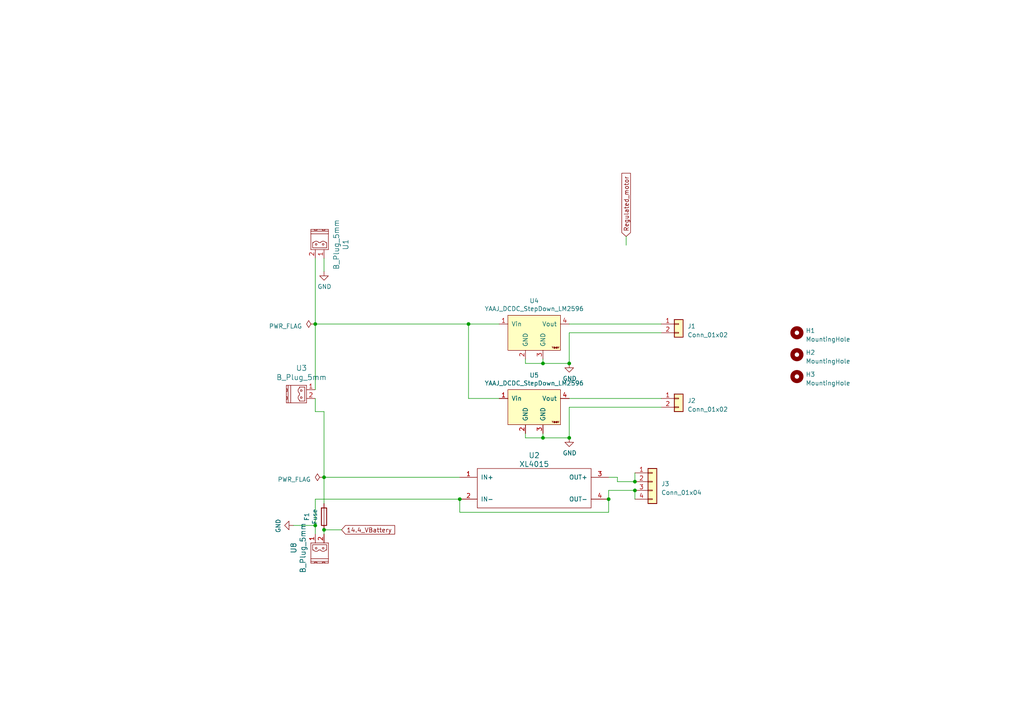
<source format=kicad_sch>
(kicad_sch (version 20230121) (generator eeschema)

  (uuid e1c29bfc-c7f5-46fe-b3d6-4f1c88514e1a)

  (paper "A4")

  (lib_symbols
    (symbol "Connector_Generic:Conn_01x02" (pin_names (offset 1.016) hide) (in_bom yes) (on_board yes)
      (property "Reference" "J" (at 0 2.54 0)
        (effects (font (size 1.27 1.27)))
      )
      (property "Value" "Conn_01x02" (at 0 -5.08 0)
        (effects (font (size 1.27 1.27)))
      )
      (property "Footprint" "" (at 0 0 0)
        (effects (font (size 1.27 1.27)) hide)
      )
      (property "Datasheet" "~" (at 0 0 0)
        (effects (font (size 1.27 1.27)) hide)
      )
      (property "ki_keywords" "connector" (at 0 0 0)
        (effects (font (size 1.27 1.27)) hide)
      )
      (property "ki_description" "Generic connector, single row, 01x02, script generated (kicad-library-utils/schlib/autogen/connector/)" (at 0 0 0)
        (effects (font (size 1.27 1.27)) hide)
      )
      (property "ki_fp_filters" "Connector*:*_1x??_*" (at 0 0 0)
        (effects (font (size 1.27 1.27)) hide)
      )
      (symbol "Conn_01x02_1_1"
        (rectangle (start -1.27 -2.413) (end 0 -2.667)
          (stroke (width 0.1524) (type default))
          (fill (type none))
        )
        (rectangle (start -1.27 0.127) (end 0 -0.127)
          (stroke (width 0.1524) (type default))
          (fill (type none))
        )
        (rectangle (start -1.27 1.27) (end 1.27 -3.81)
          (stroke (width 0.254) (type default))
          (fill (type background))
        )
        (pin passive line (at -5.08 0 0) (length 3.81)
          (name "Pin_1" (effects (font (size 1.27 1.27))))
          (number "1" (effects (font (size 1.27 1.27))))
        )
        (pin passive line (at -5.08 -2.54 0) (length 3.81)
          (name "Pin_2" (effects (font (size 1.27 1.27))))
          (number "2" (effects (font (size 1.27 1.27))))
        )
      )
    )
    (symbol "Connector_Generic:Conn_01x04" (pin_names (offset 1.016) hide) (in_bom yes) (on_board yes)
      (property "Reference" "J" (at 0 5.08 0)
        (effects (font (size 1.27 1.27)))
      )
      (property "Value" "Conn_01x04" (at 0 -7.62 0)
        (effects (font (size 1.27 1.27)))
      )
      (property "Footprint" "" (at 0 0 0)
        (effects (font (size 1.27 1.27)) hide)
      )
      (property "Datasheet" "~" (at 0 0 0)
        (effects (font (size 1.27 1.27)) hide)
      )
      (property "ki_keywords" "connector" (at 0 0 0)
        (effects (font (size 1.27 1.27)) hide)
      )
      (property "ki_description" "Generic connector, single row, 01x04, script generated (kicad-library-utils/schlib/autogen/connector/)" (at 0 0 0)
        (effects (font (size 1.27 1.27)) hide)
      )
      (property "ki_fp_filters" "Connector*:*_1x??_*" (at 0 0 0)
        (effects (font (size 1.27 1.27)) hide)
      )
      (symbol "Conn_01x04_1_1"
        (rectangle (start -1.27 -4.953) (end 0 -5.207)
          (stroke (width 0.1524) (type default))
          (fill (type none))
        )
        (rectangle (start -1.27 -2.413) (end 0 -2.667)
          (stroke (width 0.1524) (type default))
          (fill (type none))
        )
        (rectangle (start -1.27 0.127) (end 0 -0.127)
          (stroke (width 0.1524) (type default))
          (fill (type none))
        )
        (rectangle (start -1.27 2.667) (end 0 2.413)
          (stroke (width 0.1524) (type default))
          (fill (type none))
        )
        (rectangle (start -1.27 3.81) (end 1.27 -6.35)
          (stroke (width 0.254) (type default))
          (fill (type background))
        )
        (pin passive line (at -5.08 2.54 0) (length 3.81)
          (name "Pin_1" (effects (font (size 1.27 1.27))))
          (number "1" (effects (font (size 1.27 1.27))))
        )
        (pin passive line (at -5.08 0 0) (length 3.81)
          (name "Pin_2" (effects (font (size 1.27 1.27))))
          (number "2" (effects (font (size 1.27 1.27))))
        )
        (pin passive line (at -5.08 -2.54 0) (length 3.81)
          (name "Pin_3" (effects (font (size 1.27 1.27))))
          (number "3" (effects (font (size 1.27 1.27))))
        )
        (pin passive line (at -5.08 -5.08 0) (length 3.81)
          (name "Pin_4" (effects (font (size 1.27 1.27))))
          (number "4" (effects (font (size 1.27 1.27))))
        )
      )
    )
    (symbol "Device:Fuse" (pin_numbers hide) (pin_names (offset 0)) (in_bom yes) (on_board yes)
      (property "Reference" "F" (at 2.032 0 90)
        (effects (font (size 1.27 1.27)))
      )
      (property "Value" "Fuse" (at -1.905 0 90)
        (effects (font (size 1.27 1.27)))
      )
      (property "Footprint" "" (at -1.778 0 90)
        (effects (font (size 1.27 1.27)) hide)
      )
      (property "Datasheet" "~" (at 0 0 0)
        (effects (font (size 1.27 1.27)) hide)
      )
      (property "ki_keywords" "fuse" (at 0 0 0)
        (effects (font (size 1.27 1.27)) hide)
      )
      (property "ki_description" "Fuse" (at 0 0 0)
        (effects (font (size 1.27 1.27)) hide)
      )
      (property "ki_fp_filters" "*Fuse*" (at 0 0 0)
        (effects (font (size 1.27 1.27)) hide)
      )
      (symbol "Fuse_0_1"
        (rectangle (start -0.762 -2.54) (end 0.762 2.54)
          (stroke (width 0.254) (type default))
          (fill (type none))
        )
        (polyline
          (pts
            (xy 0 2.54)
            (xy 0 -2.54)
          )
          (stroke (width 0) (type default))
          (fill (type none))
        )
      )
      (symbol "Fuse_1_1"
        (pin passive line (at 0 3.81 270) (length 1.27)
          (name "~" (effects (font (size 1.27 1.27))))
          (number "1" (effects (font (size 1.27 1.27))))
        )
        (pin passive line (at 0 -3.81 90) (length 1.27)
          (name "~" (effects (font (size 1.27 1.27))))
          (number "2" (effects (font (size 1.27 1.27))))
        )
      )
    )
    (symbol "MSTB2,5_-5,08:B_Plug_5mm" (pin_names (offset 1.016)) (in_bom yes) (on_board yes)
      (property "Reference" "U" (at 0 10.16 0)
        (effects (font (size 1.524 1.524)))
      )
      (property "Value" "B_Plug_5mm" (at 0 12.7 0)
        (effects (font (size 1.524 1.524)))
      )
      (property "Footprint" "" (at 0 0 0)
        (effects (font (size 1.524 1.524)))
      )
      (property "Datasheet" "" (at 0 0 0)
        (effects (font (size 1.524 1.524)))
      )
      (symbol "B_Plug_5mm_0_1"
        (arc (start -2.032 -0.254) (mid -2.4398 -1.016) (end -2.032 -1.778)
          (stroke (width 0) (type default))
          (fill (type none))
        )
        (arc (start -2.032 1.778) (mid -2.4398 1.016) (end -2.032 0.254)
          (stroke (width 0) (type default))
          (fill (type none))
        )
        (circle (center -1.524 -1.016) (radius 0.254)
          (stroke (width 0) (type default))
          (fill (type none))
        )
        (circle (center -1.524 1.016) (radius 0.254)
          (stroke (width 0) (type default))
          (fill (type none))
        )
        (polyline
          (pts
            (xy -5.842 -0.762)
            (xy -5.842 -1.524)
          )
          (stroke (width 0) (type default))
          (fill (type none))
        )
        (polyline
          (pts
            (xy -5.842 1.524)
            (xy -5.842 0.762)
          )
          (stroke (width 0) (type default))
          (fill (type none))
        )
        (polyline
          (pts
            (xy -5.334 2.54)
            (xy -5.334 -2.54)
          )
          (stroke (width 0) (type default))
          (fill (type none))
        )
        (polyline
          (pts
            (xy -4.572 2.54)
            (xy -4.572 -2.54)
          )
          (stroke (width 0) (type default))
          (fill (type none))
        )
        (polyline
          (pts
            (xy -2.032 -2.032)
            (xy -2.032 -1.778)
          )
          (stroke (width 0) (type default))
          (fill (type none))
        )
        (polyline
          (pts
            (xy -2.032 0.254)
            (xy -2.032 -0.254)
          )
          (stroke (width 0) (type default))
          (fill (type none))
        )
        (polyline
          (pts
            (xy -2.032 2.032)
            (xy -2.032 1.778)
          )
          (stroke (width 0) (type default))
          (fill (type none))
        )
        (polyline
          (pts
            (xy -0.508 2.032)
            (xy -2.032 2.032)
          )
          (stroke (width 0) (type default))
          (fill (type none))
        )
        (polyline
          (pts
            (xy 0 -2.54)
            (xy -5.842 -2.54)
          )
          (stroke (width 0) (type default))
          (fill (type none))
        )
        (polyline
          (pts
            (xy 0 2.54)
            (xy -5.842 2.54)
          )
          (stroke (width 0) (type default))
          (fill (type none))
        )
        (polyline
          (pts
            (xy 0 2.54)
            (xy 0 -2.54)
          )
          (stroke (width 0) (type default))
          (fill (type none))
        )
        (polyline
          (pts
            (xy -0.508 2.032)
            (xy -0.508 -2.032)
            (xy -2.032 -2.032)
          )
          (stroke (width 0) (type default))
          (fill (type none))
        )
        (polyline
          (pts
            (xy -5.842 0)
            (xy -5.842 -0.762)
            (xy -5.588 -0.762)
            (xy -5.588 -1.524)
            (xy -5.842 -1.524)
            (xy -5.842 -2.54)
          )
          (stroke (width 0) (type default))
          (fill (type none))
        )
        (polyline
          (pts
            (xy -5.842 0)
            (xy -5.842 0.762)
            (xy -5.588 0.762)
            (xy -5.588 1.524)
            (xy -5.842 1.524)
            (xy -5.842 2.54)
          )
          (stroke (width 0) (type default))
          (fill (type none))
        )
      )
      (symbol "B_Plug_5mm_1_1"
        (pin input line (at 2.54 1.27 180) (length 2.54)
          (name "~" (effects (font (size 1.27 1.27))))
          (number "1" (effects (font (size 1.27 1.27))))
        )
        (pin input line (at 2.54 -1.27 180) (length 2.54)
          (name "~" (effects (font (size 1.27 1.27))))
          (number "2" (effects (font (size 1.27 1.27))))
        )
      )
    )
    (symbol "Mechanical:MountingHole" (pin_names (offset 1.016)) (in_bom yes) (on_board yes)
      (property "Reference" "H" (at 0 5.08 0)
        (effects (font (size 1.27 1.27)))
      )
      (property "Value" "MountingHole" (at 0 3.175 0)
        (effects (font (size 1.27 1.27)))
      )
      (property "Footprint" "" (at 0 0 0)
        (effects (font (size 1.27 1.27)) hide)
      )
      (property "Datasheet" "~" (at 0 0 0)
        (effects (font (size 1.27 1.27)) hide)
      )
      (property "ki_keywords" "mounting hole" (at 0 0 0)
        (effects (font (size 1.27 1.27)) hide)
      )
      (property "ki_description" "Mounting Hole without connection" (at 0 0 0)
        (effects (font (size 1.27 1.27)) hide)
      )
      (property "ki_fp_filters" "MountingHole*" (at 0 0 0)
        (effects (font (size 1.27 1.27)) hide)
      )
      (symbol "MountingHole_0_1"
        (circle (center 0 0) (radius 1.27)
          (stroke (width 1.27) (type default))
          (fill (type none))
        )
      )
    )
    (symbol "power:GND" (power) (pin_names (offset 0)) (in_bom yes) (on_board yes)
      (property "Reference" "#PWR" (at 0 -6.35 0)
        (effects (font (size 1.27 1.27)) hide)
      )
      (property "Value" "GND" (at 0 -3.81 0)
        (effects (font (size 1.27 1.27)))
      )
      (property "Footprint" "" (at 0 0 0)
        (effects (font (size 1.27 1.27)) hide)
      )
      (property "Datasheet" "" (at 0 0 0)
        (effects (font (size 1.27 1.27)) hide)
      )
      (property "ki_keywords" "global power" (at 0 0 0)
        (effects (font (size 1.27 1.27)) hide)
      )
      (property "ki_description" "Power symbol creates a global label with name \"GND\" , ground" (at 0 0 0)
        (effects (font (size 1.27 1.27)) hide)
      )
      (symbol "GND_0_1"
        (polyline
          (pts
            (xy 0 0)
            (xy 0 -1.27)
            (xy 1.27 -1.27)
            (xy 0 -2.54)
            (xy -1.27 -1.27)
            (xy 0 -1.27)
          )
          (stroke (width 0) (type default))
          (fill (type none))
        )
      )
      (symbol "GND_1_1"
        (pin power_in line (at 0 0 270) (length 0) hide
          (name "GND" (effects (font (size 1.27 1.27))))
          (number "1" (effects (font (size 1.27 1.27))))
        )
      )
    )
    (symbol "power:PWR_FLAG" (power) (pin_numbers hide) (pin_names (offset 0) hide) (in_bom yes) (on_board yes)
      (property "Reference" "#FLG" (at 0 1.905 0)
        (effects (font (size 1.27 1.27)) hide)
      )
      (property "Value" "PWR_FLAG" (at 0 3.81 0)
        (effects (font (size 1.27 1.27)))
      )
      (property "Footprint" "" (at 0 0 0)
        (effects (font (size 1.27 1.27)) hide)
      )
      (property "Datasheet" "~" (at 0 0 0)
        (effects (font (size 1.27 1.27)) hide)
      )
      (property "ki_keywords" "flag power" (at 0 0 0)
        (effects (font (size 1.27 1.27)) hide)
      )
      (property "ki_description" "Special symbol for telling ERC where power comes from" (at 0 0 0)
        (effects (font (size 1.27 1.27)) hide)
      )
      (symbol "PWR_FLAG_0_0"
        (pin power_out line (at 0 0 90) (length 0)
          (name "pwr" (effects (font (size 1.27 1.27))))
          (number "1" (effects (font (size 1.27 1.27))))
        )
      )
      (symbol "PWR_FLAG_0_1"
        (polyline
          (pts
            (xy 0 0)
            (xy 0 1.27)
            (xy -1.016 1.905)
            (xy 0 2.54)
            (xy 1.016 1.905)
            (xy 0 1.27)
          )
          (stroke (width 0) (type default))
          (fill (type none))
        )
      )
    )
    (symbol "xl4015:XL4015" (pin_names (offset 1.016)) (in_bom yes) (on_board yes)
      (property "Reference" "U" (at 0 0 0)
        (effects (font (size 1.524 1.524)))
      )
      (property "Value" "XL4015" (at 0 -2.54 0)
        (effects (font (size 1.524 1.524)))
      )
      (property "Footprint" "" (at 0 0 0)
        (effects (font (size 1.524 1.524)) hide)
      )
      (property "Datasheet" "" (at 0 0 0)
        (effects (font (size 1.524 1.524)) hide)
      )
      (symbol "XL4015_0_1"
        (rectangle (start -16.51 5.08) (end 16.51 -6.35)
          (stroke (width 0) (type solid))
          (fill (type none))
        )
      )
      (symbol "XL4015_1_1"
        (pin power_in line (at -21.59 2.54 0) (length 5.08)
          (name "IN+" (effects (font (size 1.27 1.27))))
          (number "1" (effects (font (size 1.27 1.27))))
        )
        (pin power_in line (at -21.59 -3.81 0) (length 5.08)
          (name "IN-" (effects (font (size 1.27 1.27))))
          (number "2" (effects (font (size 1.27 1.27))))
        )
        (pin power_out line (at 21.59 2.54 180) (length 5.08)
          (name "OUT+" (effects (font (size 1.27 1.27))))
          (number "3" (effects (font (size 1.27 1.27))))
        )
        (pin power_out line (at 21.59 -3.81 180) (length 5.08)
          (name "OUT-" (effects (font (size 1.27 1.27))))
          (number "4" (effects (font (size 1.27 1.27))))
        )
      )
    )
    (symbol "yaaj_dcdc_stepdown_lm2596:YAAJ_DCDC_StepDown_LM2596" (pin_names (offset 1.016)) (in_bom yes) (on_board yes)
      (property "Reference" "U" (at -5.08 6.35 0)
        (effects (font (size 1.27 1.27)))
      )
      (property "Value" "YAAJ_DCDC_StepDown_LM2596" (at 0 11.43 0)
        (effects (font (size 1.27 1.27)))
      )
      (property "Footprint" "" (at -1.27 0 0)
        (effects (font (size 1.27 1.27)) hide)
      )
      (property "Datasheet" "" (at -1.27 0 0)
        (effects (font (size 1.27 1.27)) hide)
      )
      (property "ki_keywords" "module stepdown step down buck converter DCDC DC" (at 0 0 0)
        (effects (font (size 1.27 1.27)) hide)
      )
      (property "ki_description" "module : adjustable step down module 3.2V-40V to 1.25V-35V 3A" (at 0 0 0)
        (effects (font (size 1.27 1.27)) hide)
      )
      (symbol "YAAJ_DCDC_StepDown_LM2596_0_1"
        (rectangle (start -7.62 5.08) (end 7.62 -5.08)
          (stroke (width 0) (type default))
          (fill (type background))
        )
      )
      (symbol "YAAJ_DCDC_StepDown_LM2596_1_1"
        (text "Y@@V" (at 6.1976 -4.2672 0)
          (effects (font (size 0.508 0.508)))
        )
        (pin power_in line (at -10.16 2.54 0) (length 2.54)
          (name "Vin" (effects (font (size 1.27 1.27))))
          (number "1" (effects (font (size 1.27 1.27))))
        )
        (pin power_in line (at -2.54 -7.62 90) (length 2.54)
          (name "GND" (effects (font (size 1.27 1.27))))
          (number "2" (effects (font (size 1.27 1.27))))
        )
        (pin power_in line (at 2.54 -7.62 90) (length 2.54)
          (name "GND" (effects (font (size 1.27 1.27))))
          (number "3" (effects (font (size 1.27 1.27))))
        )
        (pin power_out line (at 10.16 2.54 180) (length 2.54)
          (name "Vout" (effects (font (size 1.27 1.27))))
          (number "4" (effects (font (size 1.27 1.27))))
        )
      )
    )
  )


  (junction (at 91.44 93.98) (diameter 0) (color 0 0 0 0)
    (uuid 0eaed096-16ab-44e9-887d-9950632cf2b8)
  )
  (junction (at 93.98 153.67) (diameter 0) (color 0 0 0 0)
    (uuid 39e0a9e0-5e85-422f-a60f-acfb11c55434)
  )
  (junction (at 165.1 105.41) (diameter 0) (color 0 0 0 0)
    (uuid 400d7af1-6782-4546-9917-47aa2c963d50)
  )
  (junction (at 184.15 142.24) (diameter 0) (color 0 0 0 0)
    (uuid 589d45b1-caea-4bcd-a3f7-b59744ebd0c8)
  )
  (junction (at 93.98 138.43) (diameter 0) (color 0 0 0 0)
    (uuid 7cb9f027-042a-4a19-afba-35e0ad2cc827)
  )
  (junction (at 91.44 152.4) (diameter 0) (color 0 0 0 0)
    (uuid 89587905-2a8d-4d4f-8059-96f6116f22a9)
  )
  (junction (at 135.89 93.98) (diameter 0) (color 0 0 0 0)
    (uuid 99596407-dd3a-4c77-91a2-4487212e4421)
  )
  (junction (at 157.48 127) (diameter 0) (color 0 0 0 0)
    (uuid 9df9c1dd-146f-4eef-87b4-09bfc82cfa5b)
  )
  (junction (at 133.35 144.78) (diameter 0) (color 0 0 0 0)
    (uuid ab1037ad-96d2-488f-a0ca-ba604dedadb4)
  )
  (junction (at 176.53 144.78) (diameter 0) (color 0 0 0 0)
    (uuid ad918c5d-9ea9-4ae5-974a-bfbc6de27f5e)
  )
  (junction (at 184.15 139.7) (diameter 0) (color 0 0 0 0)
    (uuid af94cf96-0f9b-4228-9598-8e5df1a40900)
  )
  (junction (at 157.48 105.41) (diameter 0) (color 0 0 0 0)
    (uuid dc4985e9-a1d4-4359-9a2d-11077626cf28)
  )
  (junction (at 165.1 127) (diameter 0) (color 0 0 0 0)
    (uuid e0ea2c28-5382-4c2b-a89e-8a96517d5337)
  )

  (wire (pts (xy 165.1 96.52) (xy 165.1 105.41))
    (stroke (width 0) (type default))
    (uuid 174eba6f-5b95-463b-913e-21274f19f868)
  )
  (wire (pts (xy 91.44 93.98) (xy 135.89 93.98))
    (stroke (width 0) (type default))
    (uuid 1b67a58e-c87c-4114-8739-0d0b5e0f079c)
  )
  (wire (pts (xy 93.98 153.67) (xy 99.06 153.67))
    (stroke (width 0) (type default))
    (uuid 2858d353-48b9-46af-89e2-586286e5db49)
  )
  (wire (pts (xy 157.48 125.73) (xy 157.48 127))
    (stroke (width 0) (type default))
    (uuid 30d74372-6081-413c-96fe-5d6e6c90297c)
  )
  (wire (pts (xy 133.35 138.43) (xy 93.98 138.43))
    (stroke (width 0) (type default))
    (uuid 381384dc-f7c2-450d-a62c-806aaf8f2cde)
  )
  (wire (pts (xy 176.53 142.24) (xy 176.53 144.78))
    (stroke (width 0) (type default))
    (uuid 38d58f9e-509a-497b-a84a-58bbcd1144cc)
  )
  (wire (pts (xy 133.35 144.78) (xy 133.35 148.59))
    (stroke (width 0) (type default))
    (uuid 4385b484-6685-4bc7-a38f-e663436416c1)
  )
  (wire (pts (xy 91.44 144.78) (xy 133.35 144.78))
    (stroke (width 0) (type default))
    (uuid 47da6c13-4a10-40a3-8acf-b75fb35a3a91)
  )
  (wire (pts (xy 144.78 115.57) (xy 135.89 115.57))
    (stroke (width 0) (type default))
    (uuid 4870cc2f-72a1-4713-8eac-16c3aad7855a)
  )
  (wire (pts (xy 157.48 104.14) (xy 157.48 105.41))
    (stroke (width 0) (type default))
    (uuid 4c9aeac9-31ac-4e75-99cd-e024ef2ebd6a)
  )
  (wire (pts (xy 91.44 115.57) (xy 91.44 119.38))
    (stroke (width 0) (type default))
    (uuid 4da7bb64-7cf5-4ec7-b5f5-9c085a9aa2eb)
  )
  (wire (pts (xy 152.4 105.41) (xy 157.48 105.41))
    (stroke (width 0) (type default))
    (uuid 4de70a24-8c90-40eb-ab06-b5c5889f8862)
  )
  (wire (pts (xy 152.4 104.14) (xy 152.4 105.41))
    (stroke (width 0) (type default))
    (uuid 502c80c5-db09-454d-b824-de8772c4ba3b)
  )
  (wire (pts (xy 179.07 138.43) (xy 179.07 139.7))
    (stroke (width 0) (type default))
    (uuid 56fcae83-0512-4a10-be81-2ea32305900f)
  )
  (wire (pts (xy 152.4 125.73) (xy 152.4 127))
    (stroke (width 0) (type default))
    (uuid 58617463-6f56-4ad1-80d6-42da7ae55df9)
  )
  (wire (pts (xy 91.44 74.93) (xy 91.44 93.98))
    (stroke (width 0) (type default))
    (uuid 65d638f8-7485-4ed9-93f9-43478382672b)
  )
  (wire (pts (xy 133.35 148.59) (xy 176.53 148.59))
    (stroke (width 0) (type default))
    (uuid 6ab37046-9440-486d-a012-1b99a405ef6b)
  )
  (wire (pts (xy 152.4 127) (xy 157.48 127))
    (stroke (width 0) (type default))
    (uuid 6e0bf522-66ae-4d3b-bfe0-a2c2873c50b8)
  )
  (wire (pts (xy 85.09 152.4) (xy 91.44 152.4))
    (stroke (width 0) (type default))
    (uuid 6ee86194-27a7-4ab6-b7bc-be6d5afc1025)
  )
  (wire (pts (xy 135.89 93.98) (xy 135.89 115.57))
    (stroke (width 0) (type default))
    (uuid 72565313-4c3f-4bb0-a2a8-c1ae034f191b)
  )
  (wire (pts (xy 165.1 118.11) (xy 191.77 118.11))
    (stroke (width 0) (type default))
    (uuid 76789f3f-7501-416c-9187-b8b1237de2cf)
  )
  (wire (pts (xy 93.98 138.43) (xy 93.98 146.05))
    (stroke (width 0) (type default))
    (uuid 77900adc-7c37-43b1-85da-6daa182c720f)
  )
  (wire (pts (xy 184.15 142.24) (xy 184.15 144.78))
    (stroke (width 0) (type default))
    (uuid 79021cc4-ac63-4551-ab8c-517b94d74261)
  )
  (wire (pts (xy 165.1 118.11) (xy 165.1 127))
    (stroke (width 0) (type default))
    (uuid 7be2cd5f-7604-43a0-8f1f-816835990777)
  )
  (wire (pts (xy 176.53 144.78) (xy 176.53 148.59))
    (stroke (width 0) (type default))
    (uuid 7cd3826f-d1aa-4657-b6ca-a71aa21579ad)
  )
  (wire (pts (xy 184.15 137.16) (xy 184.15 139.7))
    (stroke (width 0) (type default))
    (uuid 8b2ae9cc-36ec-4944-b61f-ace7fbbd6903)
  )
  (wire (pts (xy 165.1 93.98) (xy 191.77 93.98))
    (stroke (width 0) (type default))
    (uuid 8b9bb984-1f4e-44c3-ab79-36107ab63bd6)
  )
  (wire (pts (xy 144.78 93.98) (xy 135.89 93.98))
    (stroke (width 0) (type default))
    (uuid a05da295-095f-4288-b334-05ab2a850f6a)
  )
  (wire (pts (xy 91.44 144.78) (xy 91.44 152.4))
    (stroke (width 0) (type default))
    (uuid b5554b26-5762-41e9-9454-680e42a73d00)
  )
  (wire (pts (xy 93.98 119.38) (xy 93.98 138.43))
    (stroke (width 0) (type default))
    (uuid b8b017c7-39a2-4f33-98c0-680d9ff6a55b)
  )
  (wire (pts (xy 165.1 96.52) (xy 191.77 96.52))
    (stroke (width 0) (type default))
    (uuid b939aa33-d5b2-4689-9fed-c573bc58da5f)
  )
  (wire (pts (xy 176.53 138.43) (xy 179.07 138.43))
    (stroke (width 0) (type default))
    (uuid c66da4e6-8dee-47cb-b10d-6320bbe01356)
  )
  (wire (pts (xy 93.98 74.93) (xy 93.98 78.74))
    (stroke (width 0) (type default))
    (uuid cc6b383b-b680-4c78-83c9-4e4b8f88d8a9)
  )
  (wire (pts (xy 165.1 115.57) (xy 191.77 115.57))
    (stroke (width 0) (type default))
    (uuid d066330b-ce49-41bc-bfe8-f353b789ff2e)
  )
  (wire (pts (xy 91.44 152.4) (xy 91.44 154.94))
    (stroke (width 0) (type default))
    (uuid d7baff33-45f9-4199-8ee8-47d16269f6cc)
  )
  (wire (pts (xy 176.53 142.24) (xy 184.15 142.24))
    (stroke (width 0) (type default))
    (uuid d9278064-0a55-4e6c-8511-c0b7110b8112)
  )
  (wire (pts (xy 179.07 139.7) (xy 184.15 139.7))
    (stroke (width 0) (type default))
    (uuid db08b9df-8690-490e-8b46-f3fb8f21b7ba)
  )
  (wire (pts (xy 157.48 127) (xy 165.1 127))
    (stroke (width 0) (type default))
    (uuid df734bbe-a7f8-4adc-a5b8-2149797cba51)
  )
  (wire (pts (xy 93.98 153.67) (xy 93.98 154.94))
    (stroke (width 0) (type default))
    (uuid e493c64e-6f4e-4fd2-a5a7-702089d7daca)
  )
  (wire (pts (xy 181.61 68.58) (xy 181.61 71.12))
    (stroke (width 0) (type default))
    (uuid f3586d29-8616-4a64-9eb4-d316a3633004)
  )
  (wire (pts (xy 157.48 105.41) (xy 165.1 105.41))
    (stroke (width 0) (type default))
    (uuid f67889b9-cf87-4091-90fd-ed160da673a1)
  )
  (wire (pts (xy 91.44 119.38) (xy 93.98 119.38))
    (stroke (width 0) (type default))
    (uuid f9286f82-6052-4350-bbdc-ae218b4f19d3)
  )
  (wire (pts (xy 91.44 93.98) (xy 91.44 113.03))
    (stroke (width 0) (type default))
    (uuid fe1f28c7-1b28-49b4-9b17-7036326e1df7)
  )

  (global_label "Regulated_motor" (shape input) (at 181.61 68.58 90) (fields_autoplaced)
    (effects (font (size 1.27 1.27)) (justify left))
    (uuid 0c0561f4-b4e4-4c9d-8cae-7fadf6b51810)
    (property "Intersheetrefs" "${INTERSHEET_REFS}" (at 13.97 24.13 0)
      (effects (font (size 1.27 1.27)) hide)
    )
  )
  (global_label "14.4_VBattery" (shape input) (at 99.06 153.67 0) (fields_autoplaced)
    (effects (font (size 1.27 1.27)) (justify left))
    (uuid f41aaa1c-98e9-4740-843d-e48f171578e5)
    (property "Intersheetrefs" "${INTERSHEET_REFS}" (at 133.35 237.49 0)
      (effects (font (size 1.27 1.27)) hide)
    )
  )

  (symbol (lib_id "power:GND") (at 165.1 127 0) (unit 1)
    (in_bom yes) (on_board yes) (dnp no)
    (uuid 04a7e0e9-4dfa-4751-b9cd-e2b67f60167f)
    (property "Reference" "#PWR0104" (at 165.1 133.35 0)
      (effects (font (size 1.27 1.27)) hide)
    )
    (property "Value" "GND" (at 165.227 131.3942 0)
      (effects (font (size 1.27 1.27)))
    )
    (property "Footprint" "" (at 165.1 127 0)
      (effects (font (size 1.27 1.27)) hide)
    )
    (property "Datasheet" "" (at 165.1 127 0)
      (effects (font (size 1.27 1.27)) hide)
    )
    (pin "1" (uuid 8819b07c-409f-41c5-a12a-e3807c35ed57))
    (instances
      (project "carte alim"
        (path "/544b8592-bd90-44dd-9330-169a06c8c6ef"
          (reference "#PWR0104") (unit 1)
        )
      )
      (project "carte alim V1.0.23"
        (path "/e1c29bfc-c7f5-46fe-b3d6-4f1c88514e1a"
          (reference "#PWR05") (unit 1)
        )
      )
    )
  )

  (symbol (lib_id "power:PWR_FLAG") (at 93.98 138.43 90) (unit 1)
    (in_bom yes) (on_board yes) (dnp no) (fields_autoplaced)
    (uuid 183bfb34-9415-4aac-aa01-24c4dad14fff)
    (property "Reference" "#FLG01" (at 92.075 138.43 0)
      (effects (font (size 1.27 1.27)) hide)
    )
    (property "Value" "PWR_FLAG" (at 90.17 139.065 90)
      (effects (font (size 1.27 1.27)) (justify left))
    )
    (property "Footprint" "" (at 93.98 138.43 0)
      (effects (font (size 1.27 1.27)) hide)
    )
    (property "Datasheet" "~" (at 93.98 138.43 0)
      (effects (font (size 1.27 1.27)) hide)
    )
    (pin "1" (uuid 4a9be4ec-b2a8-4241-80bc-8f93993cbac3))
    (instances
      (project "carte alim V1.0.23"
        (path "/e1c29bfc-c7f5-46fe-b3d6-4f1c88514e1a"
          (reference "#FLG01") (unit 1)
        )
      )
    )
  )

  (symbol (lib_id "Mechanical:MountingHole") (at 231.14 102.87 0) (unit 1)
    (in_bom yes) (on_board yes) (dnp no) (fields_autoplaced)
    (uuid 246533be-10bb-402a-b42f-4ca894dcb5a1)
    (property "Reference" "H2" (at 233.68 102.235 0)
      (effects (font (size 1.27 1.27)) (justify left))
    )
    (property "Value" "MountingHole" (at 233.68 104.775 0)
      (effects (font (size 1.27 1.27)) (justify left))
    )
    (property "Footprint" "MountingHole:MountingHole_2.2mm_M2_ISO7380" (at 231.14 102.87 0)
      (effects (font (size 1.27 1.27)) hide)
    )
    (property "Datasheet" "~" (at 231.14 102.87 0)
      (effects (font (size 1.27 1.27)) hide)
    )
    (instances
      (project "carte alim V1.0.23"
        (path "/e1c29bfc-c7f5-46fe-b3d6-4f1c88514e1a"
          (reference "H2") (unit 1)
        )
      )
    )
  )

  (symbol (lib_id "Connector_Generic:Conn_01x02") (at 196.85 115.57 0) (unit 1)
    (in_bom yes) (on_board yes) (dnp no) (fields_autoplaced)
    (uuid 2c39851c-7341-4b84-b5b5-3f8f5cbf8dd0)
    (property "Reference" "J2" (at 199.39 116.205 0)
      (effects (font (size 1.27 1.27)) (justify left))
    )
    (property "Value" "Conn_01x02" (at 199.39 118.745 0)
      (effects (font (size 1.27 1.27)) (justify left))
    )
    (property "Footprint" "Connector_JST:JST_XH_B2B-XH-A_1x02_P2.50mm_Vertical" (at 196.85 115.57 0)
      (effects (font (size 1.27 1.27)) hide)
    )
    (property "Datasheet" "~" (at 196.85 115.57 0)
      (effects (font (size 1.27 1.27)) hide)
    )
    (pin "1" (uuid 55f8a970-2ce8-47cb-a595-c2f349c35c90))
    (pin "2" (uuid 8412d0eb-bb96-48d3-88b5-2da761aa0b2b))
    (instances
      (project "carte alim V1.0.23"
        (path "/e1c29bfc-c7f5-46fe-b3d6-4f1c88514e1a"
          (reference "J2") (unit 1)
        )
      )
    )
  )

  (symbol (lib_id "Mechanical:MountingHole") (at 231.14 96.52 0) (unit 1)
    (in_bom yes) (on_board yes) (dnp no) (fields_autoplaced)
    (uuid 5ce453d3-591d-4499-9e3f-0340daf338c2)
    (property "Reference" "H1" (at 233.68 95.885 0)
      (effects (font (size 1.27 1.27)) (justify left))
    )
    (property "Value" "MountingHole" (at 233.68 98.425 0)
      (effects (font (size 1.27 1.27)) (justify left))
    )
    (property "Footprint" "MountingHole:MountingHole_2.2mm_M2_ISO7380" (at 231.14 96.52 0)
      (effects (font (size 1.27 1.27)) hide)
    )
    (property "Datasheet" "~" (at 231.14 96.52 0)
      (effects (font (size 1.27 1.27)) hide)
    )
    (instances
      (project "carte alim V1.0.23"
        (path "/e1c29bfc-c7f5-46fe-b3d6-4f1c88514e1a"
          (reference "H1") (unit 1)
        )
      )
    )
  )

  (symbol (lib_id "power:GND") (at 165.1 105.41 0) (unit 1)
    (in_bom yes) (on_board yes) (dnp no)
    (uuid 63a2056b-1f29-4914-9c07-8e6401ecad43)
    (property "Reference" "#PWR0103" (at 165.1 111.76 0)
      (effects (font (size 1.27 1.27)) hide)
    )
    (property "Value" "GND" (at 165.227 109.8042 0)
      (effects (font (size 1.27 1.27)))
    )
    (property "Footprint" "" (at 165.1 105.41 0)
      (effects (font (size 1.27 1.27)) hide)
    )
    (property "Datasheet" "" (at 165.1 105.41 0)
      (effects (font (size 1.27 1.27)) hide)
    )
    (pin "1" (uuid 6158f6a0-e5fc-45b8-990d-a286a6e3b50e))
    (instances
      (project "carte alim"
        (path "/544b8592-bd90-44dd-9330-169a06c8c6ef"
          (reference "#PWR0103") (unit 1)
        )
      )
      (project "carte alim V1.0.23"
        (path "/e1c29bfc-c7f5-46fe-b3d6-4f1c88514e1a"
          (reference "#PWR04") (unit 1)
        )
      )
    )
  )

  (symbol (lib_id "yaaj_dcdc_stepdown_lm2596:YAAJ_DCDC_StepDown_LM2596") (at 154.94 96.52 0) (unit 1)
    (in_bom yes) (on_board yes) (dnp no)
    (uuid 664df2f5-aab4-4e28-b374-1c041584fdad)
    (property "Reference" "U4" (at 154.94 87.249 0)
      (effects (font (size 1.27 1.27)))
    )
    (property "Value" "YAAJ_DCDC_StepDown_LM2596" (at 154.94 89.5604 0)
      (effects (font (size 1.27 1.27)))
    )
    (property "Footprint" "Footprints:YAAJ_DCDC_StepDown_LM2596" (at 153.67 96.52 0)
      (effects (font (size 1.27 1.27)) hide)
    )
    (property "Datasheet" "" (at 153.67 96.52 0)
      (effects (font (size 1.27 1.27)) hide)
    )
    (pin "1" (uuid c127a7d4-4a7e-4d0d-a3db-fea734868012))
    (pin "2" (uuid 369fb0d4-4951-42e0-9645-9634da6d0fd5))
    (pin "3" (uuid d508e962-7173-44b1-aa6f-ec1f74c56644))
    (pin "4" (uuid fd5c3d7b-454a-4e37-acde-e5ed8f3ce5b7))
    (instances
      (project "carte alim"
        (path "/544b8592-bd90-44dd-9330-169a06c8c6ef"
          (reference "U4") (unit 1)
        )
      )
      (project "carte alim V1.0.23"
        (path "/e1c29bfc-c7f5-46fe-b3d6-4f1c88514e1a"
          (reference "U4") (unit 1)
        )
      )
    )
  )

  (symbol (lib_id "MSTB2,5_-5,08:B_Plug_5mm") (at 92.71 157.48 90) (unit 1)
    (in_bom yes) (on_board yes) (dnp no)
    (uuid 69d2bd47-cd79-4144-8ac8-aab8030e3c2a)
    (property "Reference" "U8" (at 85.1662 158.9278 0)
      (effects (font (size 1.524 1.524)))
    )
    (property "Value" "B_Plug_5mm" (at 87.8586 158.9278 0)
      (effects (font (size 1.524 1.524)))
    )
    (property "Footprint" "Connector_Phoenix_MSTB:PhoenixContact_MSTBA_2,5_2-G-5,08_1x02_P5.08mm_Horizontal" (at 87.8586 158.9278 0)
      (effects (font (size 1.524 1.524)) hide)
    )
    (property "Datasheet" "" (at 92.71 157.48 0)
      (effects (font (size 1.524 1.524)))
    )
    (pin "1" (uuid bad5f73e-8fea-422a-a788-e0d5ba3efaf9))
    (pin "2" (uuid 27538d2f-c66a-4f7c-ac1d-01a654927623))
    (instances
      (project "carte alim"
        (path "/544b8592-bd90-44dd-9330-169a06c8c6ef"
          (reference "U8") (unit 1)
        )
      )
      (project "carte alim V1.0.23"
        (path "/e1c29bfc-c7f5-46fe-b3d6-4f1c88514e1a"
          (reference "U8") (unit 1)
        )
      )
    )
  )

  (symbol (lib_id "yaaj_dcdc_stepdown_lm2596:YAAJ_DCDC_StepDown_LM2596") (at 154.94 118.11 0) (unit 1)
    (in_bom yes) (on_board yes) (dnp no)
    (uuid 6b3f5652-6e34-4682-83ba-a27c27b9068c)
    (property "Reference" "U5" (at 154.94 108.839 0)
      (effects (font (size 1.27 1.27)))
    )
    (property "Value" "YAAJ_DCDC_StepDown_LM2596" (at 154.94 111.1504 0)
      (effects (font (size 1.27 1.27)))
    )
    (property "Footprint" "Footprints:YAAJ_DCDC_StepDown_LM2596" (at 153.67 118.11 0)
      (effects (font (size 1.27 1.27)) hide)
    )
    (property "Datasheet" "" (at 153.67 118.11 0)
      (effects (font (size 1.27 1.27)) hide)
    )
    (pin "1" (uuid d5186da6-2438-408d-ac33-e0555f201fba))
    (pin "2" (uuid a2434ee4-3ff5-46c1-94dd-ebe4497b0004))
    (pin "3" (uuid 706bb044-0447-4630-886f-a60b5828ac6f))
    (pin "4" (uuid 01ac2a6a-c06f-40ac-9782-e47a4e8117a8))
    (instances
      (project "carte alim"
        (path "/544b8592-bd90-44dd-9330-169a06c8c6ef"
          (reference "U5") (unit 1)
        )
      )
      (project "carte alim V1.0.23"
        (path "/e1c29bfc-c7f5-46fe-b3d6-4f1c88514e1a"
          (reference "U5") (unit 1)
        )
      )
    )
  )

  (symbol (lib_id "MSTB2,5_-5,08:B_Plug_5mm") (at 88.9 114.3 0) (unit 1)
    (in_bom yes) (on_board yes) (dnp no)
    (uuid 775a2a00-2c73-4903-894d-5ceb9a84f28b)
    (property "Reference" "U8" (at 87.4522 106.7562 0)
      (effects (font (size 1.524 1.524)))
    )
    (property "Value" "B_Plug_5mm" (at 87.4522 109.4486 0)
      (effects (font (size 1.524 1.524)))
    )
    (property "Footprint" "Connector_Phoenix_MSTB:PhoenixContact_MSTBA_2,5_2-G-5,08_1x02_P5.08mm_Horizontal" (at 87.4522 109.4486 0)
      (effects (font (size 1.524 1.524)) hide)
    )
    (property "Datasheet" "" (at 88.9 114.3 0)
      (effects (font (size 1.524 1.524)))
    )
    (pin "1" (uuid a32f1c63-82e5-4906-8186-f53de92f8ce4))
    (pin "2" (uuid f979dd0a-b51d-4cf8-aa38-c105dfc87662))
    (instances
      (project "carte alim"
        (path "/544b8592-bd90-44dd-9330-169a06c8c6ef"
          (reference "U8") (unit 1)
        )
      )
      (project "carte alim V1.0.23"
        (path "/e1c29bfc-c7f5-46fe-b3d6-4f1c88514e1a"
          (reference "U3") (unit 1)
        )
      )
    )
  )

  (symbol (lib_id "MSTB2,5_-5,08:B_Plug_5mm") (at 92.71 72.39 270) (unit 1)
    (in_bom yes) (on_board yes) (dnp no)
    (uuid 830767ad-737c-4f2f-880b-72c26c076ff1)
    (property "Reference" "U1" (at 100.2538 70.9422 0)
      (effects (font (size 1.524 1.524)))
    )
    (property "Value" "B_Plug_5mm" (at 97.5614 70.9422 0)
      (effects (font (size 1.524 1.524)))
    )
    (property "Footprint" "Connector_Phoenix_MSTB:PhoenixContact_MSTBA_2,5_2-G-5,08_1x02_P5.08mm_Horizontal" (at 97.5614 70.9422 0)
      (effects (font (size 1.524 1.524)) hide)
    )
    (property "Datasheet" "" (at 92.71 72.39 0)
      (effects (font (size 1.524 1.524)))
    )
    (pin "1" (uuid 7d35b417-18f8-48a5-a9d8-ab6562b395a4))
    (pin "2" (uuid fe8aee7c-fcd3-4515-8d5b-641318abf30e))
    (instances
      (project "carte alim"
        (path "/544b8592-bd90-44dd-9330-169a06c8c6ef"
          (reference "U1") (unit 1)
        )
      )
      (project "carte alim V1.0.23"
        (path "/e1c29bfc-c7f5-46fe-b3d6-4f1c88514e1a"
          (reference "U1") (unit 1)
        )
      )
    )
  )

  (symbol (lib_id "xl4015:XL4015") (at 154.94 140.97 0) (unit 1)
    (in_bom yes) (on_board yes) (dnp no) (fields_autoplaced)
    (uuid 88de52ab-37ad-4317-a85e-b1fa73ab40ad)
    (property "Reference" "U2" (at 154.94 132.08 0)
      (effects (font (size 1.524 1.524)))
    )
    (property "Value" "XL4015" (at 154.94 134.62 0)
      (effects (font (size 1.524 1.524)))
    )
    (property "Footprint" "XL4015Footprint:XL4015_Converter" (at 154.94 140.97 0)
      (effects (font (size 1.524 1.524)) hide)
    )
    (property "Datasheet" "" (at 154.94 140.97 0)
      (effects (font (size 1.524 1.524)) hide)
    )
    (pin "1" (uuid 7cde4ff5-a0a6-4ca4-a182-41a9e94671b8))
    (pin "2" (uuid f5ec0a1c-16d3-432d-90b3-735809496f69))
    (pin "3" (uuid 2222cb28-edd4-4acc-a8cb-4041dd4f8ea4))
    (pin "4" (uuid 6f7fb83c-c7fd-4ded-bc21-2d00d454f456))
    (instances
      (project "carte alim V1.0.23"
        (path "/e1c29bfc-c7f5-46fe-b3d6-4f1c88514e1a"
          (reference "U2") (unit 1)
        )
      )
    )
  )

  (symbol (lib_id "power:GND") (at 93.98 78.74 0) (unit 1)
    (in_bom yes) (on_board yes) (dnp no)
    (uuid 95247a42-233a-4b78-bfe8-b58ed5b8b7a2)
    (property "Reference" "#PWR0101" (at 93.98 85.09 0)
      (effects (font (size 1.27 1.27)) hide)
    )
    (property "Value" "GND" (at 94.107 83.1342 0)
      (effects (font (size 1.27 1.27)))
    )
    (property "Footprint" "" (at 93.98 78.74 0)
      (effects (font (size 1.27 1.27)) hide)
    )
    (property "Datasheet" "" (at 93.98 78.74 0)
      (effects (font (size 1.27 1.27)) hide)
    )
    (pin "1" (uuid 08ff63ab-9712-4adb-a13f-af78d5511432))
    (instances
      (project "carte alim"
        (path "/544b8592-bd90-44dd-9330-169a06c8c6ef"
          (reference "#PWR0101") (unit 1)
        )
      )
      (project "carte alim V1.0.23"
        (path "/e1c29bfc-c7f5-46fe-b3d6-4f1c88514e1a"
          (reference "#PWR02") (unit 1)
        )
      )
    )
  )

  (symbol (lib_id "Connector_Generic:Conn_01x02") (at 196.85 93.98 0) (unit 1)
    (in_bom yes) (on_board yes) (dnp no) (fields_autoplaced)
    (uuid 9aa9f266-c9c2-4609-8c70-9ef664d3d8d9)
    (property "Reference" "J1" (at 199.39 94.615 0)
      (effects (font (size 1.27 1.27)) (justify left))
    )
    (property "Value" "Conn_01x02" (at 199.39 97.155 0)
      (effects (font (size 1.27 1.27)) (justify left))
    )
    (property "Footprint" "Connector_JST:JST_XH_B2B-XH-A_1x02_P2.50mm_Vertical" (at 196.85 93.98 0)
      (effects (font (size 1.27 1.27)) hide)
    )
    (property "Datasheet" "~" (at 196.85 93.98 0)
      (effects (font (size 1.27 1.27)) hide)
    )
    (pin "1" (uuid a0d8d31d-3c63-4d1b-9431-18031f40b2c4))
    (pin "2" (uuid 54abe41e-282d-4b22-9fca-f57bb76603ed))
    (instances
      (project "carte alim V1.0.23"
        (path "/e1c29bfc-c7f5-46fe-b3d6-4f1c88514e1a"
          (reference "J1") (unit 1)
        )
      )
    )
  )

  (symbol (lib_id "Device:Fuse") (at 93.98 149.86 0) (unit 1)
    (in_bom yes) (on_board yes) (dnp no)
    (uuid b04e3bc8-7bad-4d9b-9a1e-f9224e08f537)
    (property "Reference" "F4" (at 88.9762 149.86 90)
      (effects (font (size 1.27 1.27)))
    )
    (property "Value" "Fuse" (at 91.2876 149.86 90)
      (effects (font (size 1.27 1.27)))
    )
    (property "Footprint" "Fuse:Fuseholder_Clip-5x20mm_Littelfuse_520_Inline_P20.50x5.80mm_D1.30mm_Horizontal" (at 92.202 149.86 90)
      (effects (font (size 1.27 1.27)) hide)
    )
    (property "Datasheet" "~" (at 93.98 149.86 0)
      (effects (font (size 1.27 1.27)) hide)
    )
    (pin "1" (uuid f38d7f0f-02e4-40a7-a27b-d21498510158))
    (pin "2" (uuid cb6b29d6-a456-40cc-b690-6c8ed78be0f2))
    (instances
      (project "carte alim"
        (path "/544b8592-bd90-44dd-9330-169a06c8c6ef"
          (reference "F4") (unit 1)
        )
      )
      (project "carte alim V1.0.23"
        (path "/e1c29bfc-c7f5-46fe-b3d6-4f1c88514e1a"
          (reference "F1") (unit 1)
        )
      )
    )
  )

  (symbol (lib_id "power:GND") (at 85.09 152.4 270) (unit 1)
    (in_bom yes) (on_board yes) (dnp no)
    (uuid d01de225-e91b-4514-942f-9ebb9b16fcdd)
    (property "Reference" "#PWR03" (at 78.74 152.4 0)
      (effects (font (size 1.27 1.27)) hide)
    )
    (property "Value" "GND" (at 80.6958 152.527 0)
      (effects (font (size 1.27 1.27)))
    )
    (property "Footprint" "" (at 85.09 152.4 0)
      (effects (font (size 1.27 1.27)) hide)
    )
    (property "Datasheet" "" (at 85.09 152.4 0)
      (effects (font (size 1.27 1.27)) hide)
    )
    (pin "1" (uuid dff7ac09-3644-4fa7-b638-674d28ea6811))
    (instances
      (project "carte alim"
        (path "/544b8592-bd90-44dd-9330-169a06c8c6ef"
          (reference "#PWR03") (unit 1)
        )
      )
      (project "carte alim V1.0.23"
        (path "/e1c29bfc-c7f5-46fe-b3d6-4f1c88514e1a"
          (reference "#PWR01") (unit 1)
        )
      )
    )
  )

  (symbol (lib_id "power:PWR_FLAG") (at 91.44 93.98 90) (unit 1)
    (in_bom yes) (on_board yes) (dnp no) (fields_autoplaced)
    (uuid f0910543-78c2-4e08-82f9-b2c1efe7397b)
    (property "Reference" "#FLG03" (at 89.535 93.98 0)
      (effects (font (size 1.27 1.27)) hide)
    )
    (property "Value" "PWR_FLAG" (at 87.63 94.615 90)
      (effects (font (size 1.27 1.27)) (justify left))
    )
    (property "Footprint" "" (at 91.44 93.98 0)
      (effects (font (size 1.27 1.27)) hide)
    )
    (property "Datasheet" "~" (at 91.44 93.98 0)
      (effects (font (size 1.27 1.27)) hide)
    )
    (pin "1" (uuid 76d72b83-2b00-42df-a3ae-210809ae25c9))
    (instances
      (project "carte alim V1.0.23"
        (path "/e1c29bfc-c7f5-46fe-b3d6-4f1c88514e1a"
          (reference "#FLG03") (unit 1)
        )
      )
    )
  )

  (symbol (lib_id "Mechanical:MountingHole") (at 231.14 109.22 0) (unit 1)
    (in_bom yes) (on_board yes) (dnp no) (fields_autoplaced)
    (uuid f47a0f4a-bd1f-4834-a3f7-59b061c2da66)
    (property "Reference" "H3" (at 233.68 108.585 0)
      (effects (font (size 1.27 1.27)) (justify left))
    )
    (property "Value" "MountingHole" (at 233.68 111.125 0)
      (effects (font (size 1.27 1.27)) (justify left))
    )
    (property "Footprint" "MountingHole:MountingHole_2.2mm_M2_ISO7380" (at 231.14 109.22 0)
      (effects (font (size 1.27 1.27)) hide)
    )
    (property "Datasheet" "~" (at 231.14 109.22 0)
      (effects (font (size 1.27 1.27)) hide)
    )
    (instances
      (project "carte alim V1.0.23"
        (path "/e1c29bfc-c7f5-46fe-b3d6-4f1c88514e1a"
          (reference "H3") (unit 1)
        )
      )
    )
  )

  (symbol (lib_id "Connector_Generic:Conn_01x04") (at 189.23 139.7 0) (unit 1)
    (in_bom yes) (on_board yes) (dnp no) (fields_autoplaced)
    (uuid f61a21e0-53b5-401f-9fbd-180da4d5a3f1)
    (property "Reference" "J3" (at 191.77 140.335 0)
      (effects (font (size 1.27 1.27)) (justify left))
    )
    (property "Value" "Conn_01x04" (at 191.77 142.875 0)
      (effects (font (size 1.27 1.27)) (justify left))
    )
    (property "Footprint" "Connector_JST:JST_XH_B4B-XH-A_1x04_P2.50mm_Vertical" (at 189.23 139.7 0)
      (effects (font (size 1.27 1.27)) hide)
    )
    (property "Datasheet" "~" (at 189.23 139.7 0)
      (effects (font (size 1.27 1.27)) hide)
    )
    (pin "1" (uuid e0fc7421-993b-4902-8367-49dc12d61772))
    (pin "2" (uuid 6f4f1609-9671-49c3-8f18-7039501d7760))
    (pin "3" (uuid 94cb93b9-847a-43da-b459-9d9f156bef9f))
    (pin "4" (uuid 16ea24ec-4a20-4352-8907-7fc07a54414f))
    (instances
      (project "carte alim V1.0.23"
        (path "/e1c29bfc-c7f5-46fe-b3d6-4f1c88514e1a"
          (reference "J3") (unit 1)
        )
      )
    )
  )

  (sheet_instances
    (path "/" (page "1"))
  )
)

</source>
